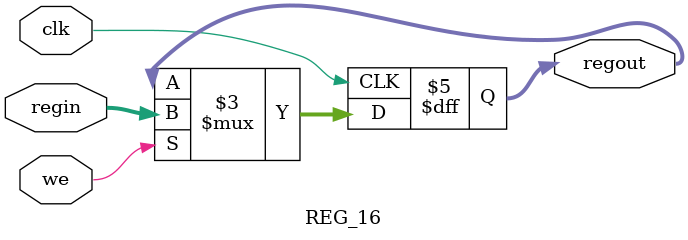
<source format=v>
module  REG_16(regout,regin,clk,we);
  output [15:0] regout;
  input  clk,we;
  input  [15:0] regin;
  reg [15:0] regout;

  always @ (posedge clk)
	   begin
		    if(we)
					 regout<=regin;
		    else 
					 regout<=regout;
	   end
endmodule
</source>
